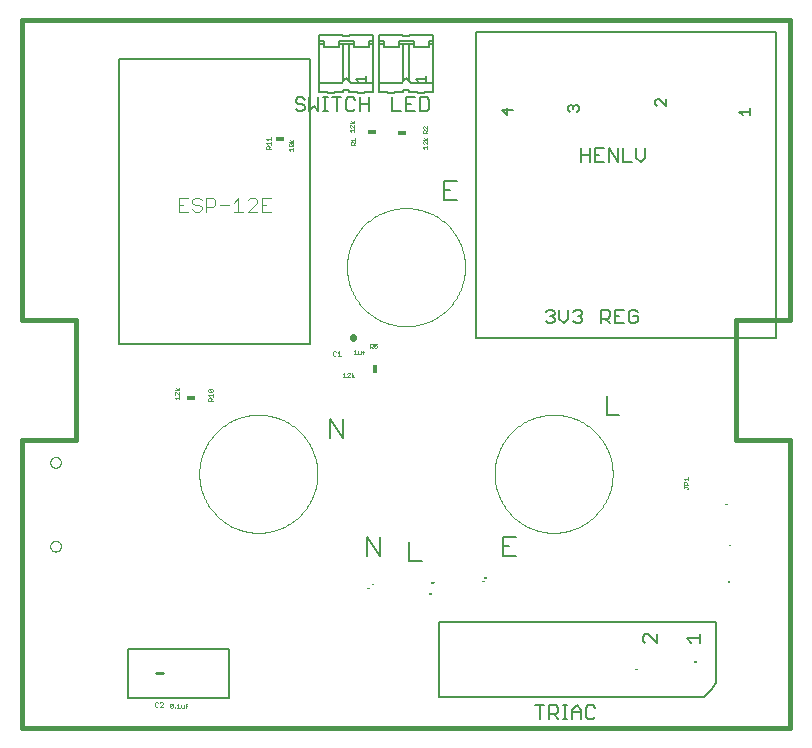
<source format=gto>
G75*
%MOIN*%
%OFA0B0*%
%FSLAX25Y25*%
%IPPOS*%
%LPD*%
%AMOC8*
5,1,8,0,0,1.08239X$1,22.5*
%
%ADD10C,0.00000*%
%ADD11C,0.01600*%
%ADD12C,0.00600*%
%ADD13C,0.02200*%
%ADD14C,0.00100*%
%ADD15C,0.01000*%
%ADD16C,0.00500*%
%ADD17C,0.00400*%
%ADD18R,0.03000X0.01800*%
%ADD19R,0.01800X0.03000*%
D10*
X0008740Y0109200D02*
X0264769Y0109200D01*
X0233391Y0131217D02*
X0233374Y0131200D01*
X0233341Y0131200D01*
X0233324Y0131217D01*
X0233391Y0131283D01*
X0233391Y0131217D01*
X0233391Y0131283D02*
X0233374Y0131300D01*
X0233341Y0131300D01*
X0233324Y0131283D01*
X0233324Y0131217D01*
X0233299Y0131250D02*
X0233232Y0131250D01*
X0233282Y0131300D01*
X0233282Y0131200D01*
X0233206Y0131217D02*
X0233190Y0131200D01*
X0233156Y0131200D01*
X0233140Y0131217D01*
X0233206Y0131283D01*
X0233206Y0131217D01*
X0233140Y0131217D02*
X0233140Y0131283D01*
X0233156Y0131300D01*
X0233190Y0131300D01*
X0233206Y0131283D01*
X0233114Y0131250D02*
X0233048Y0131250D01*
X0233022Y0131250D02*
X0233006Y0131233D01*
X0232956Y0131233D01*
X0232956Y0131200D02*
X0232956Y0131300D01*
X0233006Y0131300D01*
X0233022Y0131283D01*
X0233022Y0131250D01*
X0232930Y0131300D02*
X0232863Y0131300D01*
X0232897Y0131300D02*
X0232897Y0131200D01*
X0213788Y0128837D02*
X0213721Y0128770D01*
X0213738Y0128753D01*
X0213771Y0128753D01*
X0213788Y0128770D01*
X0213788Y0128837D01*
X0213771Y0128853D01*
X0213738Y0128853D01*
X0213721Y0128837D01*
X0213721Y0128770D01*
X0213696Y0128803D02*
X0213629Y0128803D01*
X0213679Y0128853D01*
X0213679Y0128753D01*
X0213604Y0128770D02*
X0213587Y0128753D01*
X0213554Y0128753D01*
X0213537Y0128770D01*
X0213604Y0128837D01*
X0213604Y0128770D01*
X0213604Y0128837D02*
X0213587Y0128853D01*
X0213554Y0128853D01*
X0213537Y0128837D01*
X0213537Y0128770D01*
X0213512Y0128803D02*
X0213445Y0128803D01*
X0213420Y0128803D02*
X0213403Y0128786D01*
X0213353Y0128786D01*
X0213353Y0128753D02*
X0213353Y0128853D01*
X0213403Y0128853D01*
X0213420Y0128837D01*
X0213420Y0128803D01*
X0213327Y0128853D02*
X0213261Y0128853D01*
X0213294Y0128853D02*
X0213294Y0128753D01*
X0244064Y0157883D02*
X0244064Y0157983D01*
X0244031Y0157983D02*
X0244098Y0157983D01*
X0244123Y0157983D02*
X0244173Y0157983D01*
X0244190Y0157967D01*
X0244190Y0157933D01*
X0244173Y0157916D01*
X0244123Y0157916D01*
X0244123Y0157883D02*
X0244123Y0157983D01*
X0244215Y0157933D02*
X0244282Y0157933D01*
X0244307Y0157900D02*
X0244374Y0157967D01*
X0244374Y0157900D01*
X0244357Y0157883D01*
X0244324Y0157883D01*
X0244307Y0157900D01*
X0244307Y0157967D01*
X0244324Y0157983D01*
X0244357Y0157983D01*
X0244374Y0157967D01*
X0244399Y0157933D02*
X0244466Y0157933D01*
X0244491Y0157900D02*
X0244558Y0157967D01*
X0244558Y0157900D01*
X0244541Y0157883D01*
X0244508Y0157883D01*
X0244491Y0157900D01*
X0244491Y0157967D01*
X0244508Y0157983D01*
X0244541Y0157983D01*
X0244558Y0157967D01*
X0244449Y0157983D02*
X0244399Y0157933D01*
X0244449Y0157883D02*
X0244449Y0157983D01*
X0244463Y0170081D02*
X0244463Y0170181D01*
X0244513Y0170181D01*
X0244530Y0170164D01*
X0244530Y0170131D01*
X0244513Y0170114D01*
X0244463Y0170114D01*
X0244404Y0170081D02*
X0244404Y0170181D01*
X0244371Y0170181D02*
X0244438Y0170181D01*
X0244555Y0170131D02*
X0244622Y0170131D01*
X0244647Y0170164D02*
X0244664Y0170181D01*
X0244697Y0170181D01*
X0244714Y0170164D01*
X0244647Y0170097D01*
X0244664Y0170081D01*
X0244697Y0170081D01*
X0244714Y0170097D01*
X0244714Y0170164D01*
X0244739Y0170131D02*
X0244806Y0170131D01*
X0244831Y0170164D02*
X0244848Y0170181D01*
X0244881Y0170181D01*
X0244898Y0170164D01*
X0244831Y0170097D01*
X0244848Y0170081D01*
X0244881Y0170081D01*
X0244898Y0170097D01*
X0244898Y0170164D01*
X0244831Y0170164D02*
X0244831Y0170097D01*
X0244789Y0170081D02*
X0244789Y0170181D01*
X0244739Y0170131D01*
X0244647Y0170164D02*
X0244647Y0170097D01*
X0243671Y0183852D02*
X0243637Y0183852D01*
X0243621Y0183869D01*
X0243688Y0183936D01*
X0243688Y0183869D01*
X0243671Y0183852D01*
X0243621Y0183869D02*
X0243621Y0183936D01*
X0243637Y0183952D01*
X0243671Y0183952D01*
X0243688Y0183936D01*
X0243595Y0183902D02*
X0243529Y0183902D01*
X0243579Y0183952D01*
X0243579Y0183852D01*
X0243503Y0183869D02*
X0243487Y0183852D01*
X0243453Y0183852D01*
X0243437Y0183869D01*
X0243503Y0183936D01*
X0243503Y0183869D01*
X0243437Y0183869D02*
X0243437Y0183936D01*
X0243453Y0183952D01*
X0243487Y0183952D01*
X0243503Y0183936D01*
X0243411Y0183902D02*
X0243345Y0183902D01*
X0243319Y0183902D02*
X0243303Y0183886D01*
X0243253Y0183886D01*
X0243253Y0183852D02*
X0243253Y0183952D01*
X0243303Y0183952D01*
X0243319Y0183936D01*
X0243319Y0183902D01*
X0243227Y0183952D02*
X0243160Y0183952D01*
X0243194Y0183952D02*
X0243194Y0183852D01*
X0166344Y0193846D02*
X0166350Y0194329D01*
X0166368Y0194812D01*
X0166397Y0195294D01*
X0166439Y0195775D01*
X0166492Y0196256D01*
X0166557Y0196734D01*
X0166634Y0197211D01*
X0166722Y0197686D01*
X0166822Y0198159D01*
X0166934Y0198629D01*
X0167057Y0199096D01*
X0167192Y0199560D01*
X0167338Y0200021D01*
X0167495Y0200478D01*
X0167663Y0200931D01*
X0167842Y0201379D01*
X0168033Y0201823D01*
X0168234Y0202262D01*
X0168446Y0202697D01*
X0168668Y0203125D01*
X0168901Y0203549D01*
X0169145Y0203966D01*
X0169398Y0204377D01*
X0169662Y0204782D01*
X0169935Y0205181D01*
X0170218Y0205572D01*
X0170510Y0205957D01*
X0170812Y0206334D01*
X0171123Y0206704D01*
X0171443Y0207066D01*
X0171772Y0207420D01*
X0172110Y0207765D01*
X0172455Y0208103D01*
X0172809Y0208432D01*
X0173171Y0208752D01*
X0173541Y0209063D01*
X0173918Y0209365D01*
X0174303Y0209657D01*
X0174694Y0209940D01*
X0175093Y0210213D01*
X0175498Y0210477D01*
X0175909Y0210730D01*
X0176326Y0210974D01*
X0176750Y0211207D01*
X0177178Y0211429D01*
X0177613Y0211641D01*
X0178052Y0211842D01*
X0178496Y0212033D01*
X0178944Y0212212D01*
X0179397Y0212380D01*
X0179854Y0212537D01*
X0180315Y0212683D01*
X0180779Y0212818D01*
X0181246Y0212941D01*
X0181716Y0213053D01*
X0182189Y0213153D01*
X0182664Y0213241D01*
X0183141Y0213318D01*
X0183619Y0213383D01*
X0184100Y0213436D01*
X0184581Y0213478D01*
X0185063Y0213507D01*
X0185546Y0213525D01*
X0186029Y0213531D01*
X0186512Y0213525D01*
X0186995Y0213507D01*
X0187477Y0213478D01*
X0187958Y0213436D01*
X0188439Y0213383D01*
X0188917Y0213318D01*
X0189394Y0213241D01*
X0189869Y0213153D01*
X0190342Y0213053D01*
X0190812Y0212941D01*
X0191279Y0212818D01*
X0191743Y0212683D01*
X0192204Y0212537D01*
X0192661Y0212380D01*
X0193114Y0212212D01*
X0193562Y0212033D01*
X0194006Y0211842D01*
X0194445Y0211641D01*
X0194880Y0211429D01*
X0195308Y0211207D01*
X0195732Y0210974D01*
X0196149Y0210730D01*
X0196560Y0210477D01*
X0196965Y0210213D01*
X0197364Y0209940D01*
X0197755Y0209657D01*
X0198140Y0209365D01*
X0198517Y0209063D01*
X0198887Y0208752D01*
X0199249Y0208432D01*
X0199603Y0208103D01*
X0199948Y0207765D01*
X0200286Y0207420D01*
X0200615Y0207066D01*
X0200935Y0206704D01*
X0201246Y0206334D01*
X0201548Y0205957D01*
X0201840Y0205572D01*
X0202123Y0205181D01*
X0202396Y0204782D01*
X0202660Y0204377D01*
X0202913Y0203966D01*
X0203157Y0203549D01*
X0203390Y0203125D01*
X0203612Y0202697D01*
X0203824Y0202262D01*
X0204025Y0201823D01*
X0204216Y0201379D01*
X0204395Y0200931D01*
X0204563Y0200478D01*
X0204720Y0200021D01*
X0204866Y0199560D01*
X0205001Y0199096D01*
X0205124Y0198629D01*
X0205236Y0198159D01*
X0205336Y0197686D01*
X0205424Y0197211D01*
X0205501Y0196734D01*
X0205566Y0196256D01*
X0205619Y0195775D01*
X0205661Y0195294D01*
X0205690Y0194812D01*
X0205708Y0194329D01*
X0205714Y0193846D01*
X0205708Y0193363D01*
X0205690Y0192880D01*
X0205661Y0192398D01*
X0205619Y0191917D01*
X0205566Y0191436D01*
X0205501Y0190958D01*
X0205424Y0190481D01*
X0205336Y0190006D01*
X0205236Y0189533D01*
X0205124Y0189063D01*
X0205001Y0188596D01*
X0204866Y0188132D01*
X0204720Y0187671D01*
X0204563Y0187214D01*
X0204395Y0186761D01*
X0204216Y0186313D01*
X0204025Y0185869D01*
X0203824Y0185430D01*
X0203612Y0184995D01*
X0203390Y0184567D01*
X0203157Y0184143D01*
X0202913Y0183726D01*
X0202660Y0183315D01*
X0202396Y0182910D01*
X0202123Y0182511D01*
X0201840Y0182120D01*
X0201548Y0181735D01*
X0201246Y0181358D01*
X0200935Y0180988D01*
X0200615Y0180626D01*
X0200286Y0180272D01*
X0199948Y0179927D01*
X0199603Y0179589D01*
X0199249Y0179260D01*
X0198887Y0178940D01*
X0198517Y0178629D01*
X0198140Y0178327D01*
X0197755Y0178035D01*
X0197364Y0177752D01*
X0196965Y0177479D01*
X0196560Y0177215D01*
X0196149Y0176962D01*
X0195732Y0176718D01*
X0195308Y0176485D01*
X0194880Y0176263D01*
X0194445Y0176051D01*
X0194006Y0175850D01*
X0193562Y0175659D01*
X0193114Y0175480D01*
X0192661Y0175312D01*
X0192204Y0175155D01*
X0191743Y0175009D01*
X0191279Y0174874D01*
X0190812Y0174751D01*
X0190342Y0174639D01*
X0189869Y0174539D01*
X0189394Y0174451D01*
X0188917Y0174374D01*
X0188439Y0174309D01*
X0187958Y0174256D01*
X0187477Y0174214D01*
X0186995Y0174185D01*
X0186512Y0174167D01*
X0186029Y0174161D01*
X0185546Y0174167D01*
X0185063Y0174185D01*
X0184581Y0174214D01*
X0184100Y0174256D01*
X0183619Y0174309D01*
X0183141Y0174374D01*
X0182664Y0174451D01*
X0182189Y0174539D01*
X0181716Y0174639D01*
X0181246Y0174751D01*
X0180779Y0174874D01*
X0180315Y0175009D01*
X0179854Y0175155D01*
X0179397Y0175312D01*
X0178944Y0175480D01*
X0178496Y0175659D01*
X0178052Y0175850D01*
X0177613Y0176051D01*
X0177178Y0176263D01*
X0176750Y0176485D01*
X0176326Y0176718D01*
X0175909Y0176962D01*
X0175498Y0177215D01*
X0175093Y0177479D01*
X0174694Y0177752D01*
X0174303Y0178035D01*
X0173918Y0178327D01*
X0173541Y0178629D01*
X0173171Y0178940D01*
X0172809Y0179260D01*
X0172455Y0179589D01*
X0172110Y0179927D01*
X0171772Y0180272D01*
X0171443Y0180626D01*
X0171123Y0180988D01*
X0170812Y0181358D01*
X0170510Y0181735D01*
X0170218Y0182120D01*
X0169935Y0182511D01*
X0169662Y0182910D01*
X0169398Y0183315D01*
X0169145Y0183726D01*
X0168901Y0184143D01*
X0168668Y0184567D01*
X0168446Y0184995D01*
X0168234Y0185430D01*
X0168033Y0185869D01*
X0167842Y0186313D01*
X0167663Y0186761D01*
X0167495Y0187214D01*
X0167338Y0187671D01*
X0167192Y0188132D01*
X0167057Y0188596D01*
X0166934Y0189063D01*
X0166822Y0189533D01*
X0166722Y0190006D01*
X0166634Y0190481D01*
X0166557Y0190958D01*
X0166492Y0191436D01*
X0166439Y0191917D01*
X0166397Y0192398D01*
X0166368Y0192880D01*
X0166350Y0193363D01*
X0166344Y0193846D01*
X0163374Y0159300D02*
X0163391Y0159283D01*
X0163324Y0159217D01*
X0163341Y0159200D01*
X0163374Y0159200D01*
X0163391Y0159217D01*
X0163391Y0159283D01*
X0163374Y0159300D02*
X0163341Y0159300D01*
X0163324Y0159283D01*
X0163324Y0159217D01*
X0163299Y0159250D02*
X0163232Y0159250D01*
X0163282Y0159300D01*
X0163282Y0159200D01*
X0163206Y0159217D02*
X0163190Y0159200D01*
X0163156Y0159200D01*
X0163140Y0159217D01*
X0163206Y0159283D01*
X0163206Y0159217D01*
X0163140Y0159217D02*
X0163140Y0159283D01*
X0163156Y0159300D01*
X0163190Y0159300D01*
X0163206Y0159283D01*
X0163114Y0159250D02*
X0163048Y0159250D01*
X0163022Y0159250D02*
X0163006Y0159233D01*
X0162956Y0159233D01*
X0162956Y0159200D02*
X0162956Y0159300D01*
X0163006Y0159300D01*
X0163022Y0159283D01*
X0163022Y0159250D01*
X0162930Y0159300D02*
X0162863Y0159300D01*
X0162897Y0159300D02*
X0162897Y0159200D01*
X0162877Y0158253D02*
X0162877Y0158237D01*
X0162810Y0158170D01*
X0162810Y0158153D01*
X0162785Y0158153D02*
X0162718Y0158153D01*
X0162752Y0158153D02*
X0162752Y0158253D01*
X0162718Y0158220D01*
X0162693Y0158203D02*
X0162626Y0158203D01*
X0162601Y0158153D02*
X0162534Y0158153D01*
X0162509Y0158170D02*
X0162509Y0158237D01*
X0162492Y0158253D01*
X0162442Y0158253D01*
X0162442Y0158153D01*
X0162492Y0158153D01*
X0162509Y0158170D01*
X0162534Y0158220D02*
X0162568Y0158253D01*
X0162568Y0158153D01*
X0162417Y0158153D02*
X0162417Y0158220D01*
X0162383Y0158253D01*
X0162350Y0158220D01*
X0162350Y0158153D01*
X0162350Y0158203D02*
X0162417Y0158203D01*
X0162325Y0158203D02*
X0162308Y0158187D01*
X0162258Y0158187D01*
X0162233Y0158203D02*
X0162216Y0158187D01*
X0162166Y0158187D01*
X0162166Y0158153D02*
X0162166Y0158253D01*
X0162216Y0158253D01*
X0162233Y0158237D01*
X0162233Y0158203D01*
X0162258Y0158153D02*
X0162258Y0158253D01*
X0162308Y0158253D01*
X0162325Y0158237D01*
X0162325Y0158203D01*
X0162141Y0158253D02*
X0162074Y0158253D01*
X0162107Y0158253D02*
X0162107Y0158153D01*
X0162810Y0158253D02*
X0162877Y0158253D01*
X0146014Y0157690D02*
X0146014Y0157673D01*
X0145947Y0157607D01*
X0145947Y0157590D01*
X0145922Y0157590D02*
X0145855Y0157590D01*
X0145889Y0157590D02*
X0145889Y0157690D01*
X0145855Y0157657D01*
X0145830Y0157640D02*
X0145763Y0157640D01*
X0145738Y0157590D02*
X0145671Y0157590D01*
X0145646Y0157607D02*
X0145646Y0157673D01*
X0145629Y0157690D01*
X0145579Y0157690D01*
X0145579Y0157590D01*
X0145629Y0157590D01*
X0145646Y0157607D01*
X0145671Y0157657D02*
X0145704Y0157690D01*
X0145704Y0157590D01*
X0145554Y0157590D02*
X0145554Y0157657D01*
X0145520Y0157690D01*
X0145487Y0157657D01*
X0145487Y0157590D01*
X0145487Y0157640D02*
X0145554Y0157640D01*
X0145462Y0157640D02*
X0145445Y0157623D01*
X0145395Y0157623D01*
X0145369Y0157640D02*
X0145353Y0157623D01*
X0145303Y0157623D01*
X0145303Y0157590D02*
X0145303Y0157690D01*
X0145353Y0157690D01*
X0145369Y0157673D01*
X0145369Y0157640D01*
X0145395Y0157590D02*
X0145395Y0157690D01*
X0145445Y0157690D01*
X0145462Y0157673D01*
X0145462Y0157640D01*
X0145277Y0157690D02*
X0145211Y0157690D01*
X0145244Y0157690D02*
X0145244Y0157590D01*
X0145947Y0157690D02*
X0146014Y0157690D01*
X0145080Y0153986D02*
X0145097Y0153969D01*
X0145030Y0153903D01*
X0145047Y0153886D01*
X0145080Y0153886D01*
X0145097Y0153903D01*
X0145097Y0153969D01*
X0145080Y0153986D02*
X0145047Y0153986D01*
X0145030Y0153969D01*
X0145030Y0153903D01*
X0145005Y0153936D02*
X0144938Y0153936D01*
X0144988Y0153986D01*
X0144988Y0153886D01*
X0144913Y0153903D02*
X0144896Y0153886D01*
X0144863Y0153886D01*
X0144846Y0153903D01*
X0144913Y0153969D01*
X0144913Y0153903D01*
X0144913Y0153969D02*
X0144896Y0153986D01*
X0144863Y0153986D01*
X0144846Y0153969D01*
X0144846Y0153903D01*
X0144821Y0153936D02*
X0144754Y0153936D01*
X0144728Y0153936D02*
X0144712Y0153919D01*
X0144662Y0153919D01*
X0144662Y0153886D02*
X0144662Y0153986D01*
X0144712Y0153986D01*
X0144728Y0153969D01*
X0144728Y0153936D01*
X0144636Y0153986D02*
X0144570Y0153986D01*
X0144603Y0153986D02*
X0144603Y0153886D01*
X0125898Y0157106D02*
X0125882Y0157089D01*
X0125848Y0157089D01*
X0125832Y0157106D01*
X0125898Y0157173D01*
X0125898Y0157106D01*
X0125832Y0157106D02*
X0125832Y0157173D01*
X0125848Y0157189D01*
X0125882Y0157189D01*
X0125898Y0157173D01*
X0125806Y0157139D02*
X0125740Y0157139D01*
X0125790Y0157189D01*
X0125790Y0157089D01*
X0125714Y0157106D02*
X0125698Y0157089D01*
X0125664Y0157089D01*
X0125648Y0157106D01*
X0125714Y0157173D01*
X0125714Y0157106D01*
X0125648Y0157106D02*
X0125648Y0157173D01*
X0125664Y0157189D01*
X0125698Y0157189D01*
X0125714Y0157173D01*
X0125622Y0157139D02*
X0125556Y0157139D01*
X0125530Y0157139D02*
X0125513Y0157123D01*
X0125463Y0157123D01*
X0125463Y0157089D02*
X0125463Y0157189D01*
X0125513Y0157189D01*
X0125530Y0157173D01*
X0125530Y0157139D01*
X0125438Y0157189D02*
X0125371Y0157189D01*
X0125405Y0157189D02*
X0125405Y0157089D01*
X0124589Y0155872D02*
X0124589Y0155856D01*
X0124522Y0155789D01*
X0124522Y0155772D01*
X0124496Y0155772D02*
X0124430Y0155772D01*
X0124463Y0155772D02*
X0124463Y0155872D01*
X0124430Y0155839D01*
X0124404Y0155822D02*
X0124338Y0155822D01*
X0124312Y0155772D02*
X0124246Y0155772D01*
X0124220Y0155789D02*
X0124220Y0155856D01*
X0124204Y0155872D01*
X0124154Y0155872D01*
X0124154Y0155772D01*
X0124204Y0155772D01*
X0124220Y0155789D01*
X0124246Y0155839D02*
X0124279Y0155872D01*
X0124279Y0155772D01*
X0124128Y0155772D02*
X0124128Y0155839D01*
X0124095Y0155872D01*
X0124061Y0155839D01*
X0124061Y0155772D01*
X0124061Y0155822D02*
X0124128Y0155822D01*
X0124036Y0155822D02*
X0124019Y0155806D01*
X0123969Y0155806D01*
X0123944Y0155822D02*
X0123927Y0155806D01*
X0123877Y0155806D01*
X0123877Y0155772D02*
X0123877Y0155872D01*
X0123927Y0155872D01*
X0123944Y0155856D01*
X0123944Y0155822D01*
X0123969Y0155772D02*
X0123969Y0155872D01*
X0124019Y0155872D01*
X0124036Y0155856D01*
X0124036Y0155822D01*
X0123852Y0155872D02*
X0123785Y0155872D01*
X0123819Y0155872D02*
X0123819Y0155772D01*
X0124522Y0155872D02*
X0124589Y0155872D01*
X0067919Y0193846D02*
X0067925Y0194329D01*
X0067943Y0194812D01*
X0067972Y0195294D01*
X0068014Y0195775D01*
X0068067Y0196256D01*
X0068132Y0196734D01*
X0068209Y0197211D01*
X0068297Y0197686D01*
X0068397Y0198159D01*
X0068509Y0198629D01*
X0068632Y0199096D01*
X0068767Y0199560D01*
X0068913Y0200021D01*
X0069070Y0200478D01*
X0069238Y0200931D01*
X0069417Y0201379D01*
X0069608Y0201823D01*
X0069809Y0202262D01*
X0070021Y0202697D01*
X0070243Y0203125D01*
X0070476Y0203549D01*
X0070720Y0203966D01*
X0070973Y0204377D01*
X0071237Y0204782D01*
X0071510Y0205181D01*
X0071793Y0205572D01*
X0072085Y0205957D01*
X0072387Y0206334D01*
X0072698Y0206704D01*
X0073018Y0207066D01*
X0073347Y0207420D01*
X0073685Y0207765D01*
X0074030Y0208103D01*
X0074384Y0208432D01*
X0074746Y0208752D01*
X0075116Y0209063D01*
X0075493Y0209365D01*
X0075878Y0209657D01*
X0076269Y0209940D01*
X0076668Y0210213D01*
X0077073Y0210477D01*
X0077484Y0210730D01*
X0077901Y0210974D01*
X0078325Y0211207D01*
X0078753Y0211429D01*
X0079188Y0211641D01*
X0079627Y0211842D01*
X0080071Y0212033D01*
X0080519Y0212212D01*
X0080972Y0212380D01*
X0081429Y0212537D01*
X0081890Y0212683D01*
X0082354Y0212818D01*
X0082821Y0212941D01*
X0083291Y0213053D01*
X0083764Y0213153D01*
X0084239Y0213241D01*
X0084716Y0213318D01*
X0085194Y0213383D01*
X0085675Y0213436D01*
X0086156Y0213478D01*
X0086638Y0213507D01*
X0087121Y0213525D01*
X0087604Y0213531D01*
X0088087Y0213525D01*
X0088570Y0213507D01*
X0089052Y0213478D01*
X0089533Y0213436D01*
X0090014Y0213383D01*
X0090492Y0213318D01*
X0090969Y0213241D01*
X0091444Y0213153D01*
X0091917Y0213053D01*
X0092387Y0212941D01*
X0092854Y0212818D01*
X0093318Y0212683D01*
X0093779Y0212537D01*
X0094236Y0212380D01*
X0094689Y0212212D01*
X0095137Y0212033D01*
X0095581Y0211842D01*
X0096020Y0211641D01*
X0096455Y0211429D01*
X0096883Y0211207D01*
X0097307Y0210974D01*
X0097724Y0210730D01*
X0098135Y0210477D01*
X0098540Y0210213D01*
X0098939Y0209940D01*
X0099330Y0209657D01*
X0099715Y0209365D01*
X0100092Y0209063D01*
X0100462Y0208752D01*
X0100824Y0208432D01*
X0101178Y0208103D01*
X0101523Y0207765D01*
X0101861Y0207420D01*
X0102190Y0207066D01*
X0102510Y0206704D01*
X0102821Y0206334D01*
X0103123Y0205957D01*
X0103415Y0205572D01*
X0103698Y0205181D01*
X0103971Y0204782D01*
X0104235Y0204377D01*
X0104488Y0203966D01*
X0104732Y0203549D01*
X0104965Y0203125D01*
X0105187Y0202697D01*
X0105399Y0202262D01*
X0105600Y0201823D01*
X0105791Y0201379D01*
X0105970Y0200931D01*
X0106138Y0200478D01*
X0106295Y0200021D01*
X0106441Y0199560D01*
X0106576Y0199096D01*
X0106699Y0198629D01*
X0106811Y0198159D01*
X0106911Y0197686D01*
X0106999Y0197211D01*
X0107076Y0196734D01*
X0107141Y0196256D01*
X0107194Y0195775D01*
X0107236Y0195294D01*
X0107265Y0194812D01*
X0107283Y0194329D01*
X0107289Y0193846D01*
X0107283Y0193363D01*
X0107265Y0192880D01*
X0107236Y0192398D01*
X0107194Y0191917D01*
X0107141Y0191436D01*
X0107076Y0190958D01*
X0106999Y0190481D01*
X0106911Y0190006D01*
X0106811Y0189533D01*
X0106699Y0189063D01*
X0106576Y0188596D01*
X0106441Y0188132D01*
X0106295Y0187671D01*
X0106138Y0187214D01*
X0105970Y0186761D01*
X0105791Y0186313D01*
X0105600Y0185869D01*
X0105399Y0185430D01*
X0105187Y0184995D01*
X0104965Y0184567D01*
X0104732Y0184143D01*
X0104488Y0183726D01*
X0104235Y0183315D01*
X0103971Y0182910D01*
X0103698Y0182511D01*
X0103415Y0182120D01*
X0103123Y0181735D01*
X0102821Y0181358D01*
X0102510Y0180988D01*
X0102190Y0180626D01*
X0101861Y0180272D01*
X0101523Y0179927D01*
X0101178Y0179589D01*
X0100824Y0179260D01*
X0100462Y0178940D01*
X0100092Y0178629D01*
X0099715Y0178327D01*
X0099330Y0178035D01*
X0098939Y0177752D01*
X0098540Y0177479D01*
X0098135Y0177215D01*
X0097724Y0176962D01*
X0097307Y0176718D01*
X0096883Y0176485D01*
X0096455Y0176263D01*
X0096020Y0176051D01*
X0095581Y0175850D01*
X0095137Y0175659D01*
X0094689Y0175480D01*
X0094236Y0175312D01*
X0093779Y0175155D01*
X0093318Y0175009D01*
X0092854Y0174874D01*
X0092387Y0174751D01*
X0091917Y0174639D01*
X0091444Y0174539D01*
X0090969Y0174451D01*
X0090492Y0174374D01*
X0090014Y0174309D01*
X0089533Y0174256D01*
X0089052Y0174214D01*
X0088570Y0174185D01*
X0088087Y0174167D01*
X0087604Y0174161D01*
X0087121Y0174167D01*
X0086638Y0174185D01*
X0086156Y0174214D01*
X0085675Y0174256D01*
X0085194Y0174309D01*
X0084716Y0174374D01*
X0084239Y0174451D01*
X0083764Y0174539D01*
X0083291Y0174639D01*
X0082821Y0174751D01*
X0082354Y0174874D01*
X0081890Y0175009D01*
X0081429Y0175155D01*
X0080972Y0175312D01*
X0080519Y0175480D01*
X0080071Y0175659D01*
X0079627Y0175850D01*
X0079188Y0176051D01*
X0078753Y0176263D01*
X0078325Y0176485D01*
X0077901Y0176718D01*
X0077484Y0176962D01*
X0077073Y0177215D01*
X0076668Y0177479D01*
X0076269Y0177752D01*
X0075878Y0178035D01*
X0075493Y0178327D01*
X0075116Y0178629D01*
X0074746Y0178940D01*
X0074384Y0179260D01*
X0074030Y0179589D01*
X0073685Y0179927D01*
X0073347Y0180272D01*
X0073018Y0180626D01*
X0072698Y0180988D01*
X0072387Y0181358D01*
X0072085Y0181735D01*
X0071793Y0182120D01*
X0071510Y0182511D01*
X0071237Y0182910D01*
X0070973Y0183315D01*
X0070720Y0183726D01*
X0070476Y0184143D01*
X0070243Y0184567D01*
X0070021Y0184995D01*
X0069809Y0185430D01*
X0069608Y0185869D01*
X0069417Y0186313D01*
X0069238Y0186761D01*
X0069070Y0187214D01*
X0068913Y0187671D01*
X0068767Y0188132D01*
X0068632Y0188596D01*
X0068509Y0189063D01*
X0068397Y0189533D01*
X0068297Y0190006D01*
X0068209Y0190481D01*
X0068132Y0190958D01*
X0068067Y0191436D01*
X0068014Y0191917D01*
X0067972Y0192398D01*
X0067943Y0192880D01*
X0067925Y0193363D01*
X0067919Y0193846D01*
X0018242Y0197674D02*
X0018244Y0197758D01*
X0018250Y0197841D01*
X0018260Y0197924D01*
X0018274Y0198007D01*
X0018291Y0198089D01*
X0018313Y0198170D01*
X0018338Y0198249D01*
X0018367Y0198328D01*
X0018400Y0198405D01*
X0018436Y0198480D01*
X0018476Y0198554D01*
X0018519Y0198626D01*
X0018566Y0198695D01*
X0018616Y0198762D01*
X0018669Y0198827D01*
X0018725Y0198889D01*
X0018783Y0198949D01*
X0018845Y0199006D01*
X0018909Y0199059D01*
X0018976Y0199110D01*
X0019045Y0199157D01*
X0019116Y0199202D01*
X0019189Y0199242D01*
X0019264Y0199279D01*
X0019341Y0199313D01*
X0019419Y0199343D01*
X0019498Y0199369D01*
X0019579Y0199392D01*
X0019661Y0199410D01*
X0019743Y0199425D01*
X0019826Y0199436D01*
X0019909Y0199443D01*
X0019993Y0199446D01*
X0020077Y0199445D01*
X0020160Y0199440D01*
X0020244Y0199431D01*
X0020326Y0199418D01*
X0020408Y0199402D01*
X0020489Y0199381D01*
X0020570Y0199357D01*
X0020648Y0199329D01*
X0020726Y0199297D01*
X0020802Y0199261D01*
X0020876Y0199222D01*
X0020948Y0199180D01*
X0021018Y0199134D01*
X0021086Y0199085D01*
X0021151Y0199033D01*
X0021214Y0198978D01*
X0021274Y0198920D01*
X0021332Y0198859D01*
X0021386Y0198795D01*
X0021438Y0198729D01*
X0021486Y0198661D01*
X0021531Y0198590D01*
X0021572Y0198517D01*
X0021611Y0198443D01*
X0021645Y0198367D01*
X0021676Y0198289D01*
X0021703Y0198210D01*
X0021727Y0198129D01*
X0021746Y0198048D01*
X0021762Y0197966D01*
X0021774Y0197883D01*
X0021782Y0197799D01*
X0021786Y0197716D01*
X0021786Y0197632D01*
X0021782Y0197549D01*
X0021774Y0197465D01*
X0021762Y0197382D01*
X0021746Y0197300D01*
X0021727Y0197219D01*
X0021703Y0197138D01*
X0021676Y0197059D01*
X0021645Y0196981D01*
X0021611Y0196905D01*
X0021572Y0196831D01*
X0021531Y0196758D01*
X0021486Y0196687D01*
X0021438Y0196619D01*
X0021386Y0196553D01*
X0021332Y0196489D01*
X0021274Y0196428D01*
X0021214Y0196370D01*
X0021151Y0196315D01*
X0021086Y0196263D01*
X0021018Y0196214D01*
X0020948Y0196168D01*
X0020876Y0196126D01*
X0020802Y0196087D01*
X0020726Y0196051D01*
X0020648Y0196019D01*
X0020570Y0195991D01*
X0020489Y0195967D01*
X0020408Y0195946D01*
X0020326Y0195930D01*
X0020244Y0195917D01*
X0020160Y0195908D01*
X0020077Y0195903D01*
X0019993Y0195902D01*
X0019909Y0195905D01*
X0019826Y0195912D01*
X0019743Y0195923D01*
X0019661Y0195938D01*
X0019579Y0195956D01*
X0019498Y0195979D01*
X0019419Y0196005D01*
X0019341Y0196035D01*
X0019264Y0196069D01*
X0019189Y0196106D01*
X0019116Y0196146D01*
X0019045Y0196191D01*
X0018976Y0196238D01*
X0018909Y0196289D01*
X0018845Y0196342D01*
X0018783Y0196399D01*
X0018725Y0196459D01*
X0018669Y0196521D01*
X0018616Y0196586D01*
X0018566Y0196653D01*
X0018519Y0196722D01*
X0018476Y0196794D01*
X0018436Y0196868D01*
X0018400Y0196943D01*
X0018367Y0197020D01*
X0018338Y0197099D01*
X0018313Y0197178D01*
X0018291Y0197259D01*
X0018274Y0197341D01*
X0018260Y0197424D01*
X0018250Y0197507D01*
X0018244Y0197590D01*
X0018242Y0197674D01*
X0018242Y0169721D02*
X0018244Y0169805D01*
X0018250Y0169888D01*
X0018260Y0169971D01*
X0018274Y0170054D01*
X0018291Y0170136D01*
X0018313Y0170217D01*
X0018338Y0170296D01*
X0018367Y0170375D01*
X0018400Y0170452D01*
X0018436Y0170527D01*
X0018476Y0170601D01*
X0018519Y0170673D01*
X0018566Y0170742D01*
X0018616Y0170809D01*
X0018669Y0170874D01*
X0018725Y0170936D01*
X0018783Y0170996D01*
X0018845Y0171053D01*
X0018909Y0171106D01*
X0018976Y0171157D01*
X0019045Y0171204D01*
X0019116Y0171249D01*
X0019189Y0171289D01*
X0019264Y0171326D01*
X0019341Y0171360D01*
X0019419Y0171390D01*
X0019498Y0171416D01*
X0019579Y0171439D01*
X0019661Y0171457D01*
X0019743Y0171472D01*
X0019826Y0171483D01*
X0019909Y0171490D01*
X0019993Y0171493D01*
X0020077Y0171492D01*
X0020160Y0171487D01*
X0020244Y0171478D01*
X0020326Y0171465D01*
X0020408Y0171449D01*
X0020489Y0171428D01*
X0020570Y0171404D01*
X0020648Y0171376D01*
X0020726Y0171344D01*
X0020802Y0171308D01*
X0020876Y0171269D01*
X0020948Y0171227D01*
X0021018Y0171181D01*
X0021086Y0171132D01*
X0021151Y0171080D01*
X0021214Y0171025D01*
X0021274Y0170967D01*
X0021332Y0170906D01*
X0021386Y0170842D01*
X0021438Y0170776D01*
X0021486Y0170708D01*
X0021531Y0170637D01*
X0021572Y0170564D01*
X0021611Y0170490D01*
X0021645Y0170414D01*
X0021676Y0170336D01*
X0021703Y0170257D01*
X0021727Y0170176D01*
X0021746Y0170095D01*
X0021762Y0170013D01*
X0021774Y0169930D01*
X0021782Y0169846D01*
X0021786Y0169763D01*
X0021786Y0169679D01*
X0021782Y0169596D01*
X0021774Y0169512D01*
X0021762Y0169429D01*
X0021746Y0169347D01*
X0021727Y0169266D01*
X0021703Y0169185D01*
X0021676Y0169106D01*
X0021645Y0169028D01*
X0021611Y0168952D01*
X0021572Y0168878D01*
X0021531Y0168805D01*
X0021486Y0168734D01*
X0021438Y0168666D01*
X0021386Y0168600D01*
X0021332Y0168536D01*
X0021274Y0168475D01*
X0021214Y0168417D01*
X0021151Y0168362D01*
X0021086Y0168310D01*
X0021018Y0168261D01*
X0020948Y0168215D01*
X0020876Y0168173D01*
X0020802Y0168134D01*
X0020726Y0168098D01*
X0020648Y0168066D01*
X0020570Y0168038D01*
X0020489Y0168014D01*
X0020408Y0167993D01*
X0020326Y0167977D01*
X0020244Y0167964D01*
X0020160Y0167955D01*
X0020077Y0167950D01*
X0019993Y0167949D01*
X0019909Y0167952D01*
X0019826Y0167959D01*
X0019743Y0167970D01*
X0019661Y0167985D01*
X0019579Y0168003D01*
X0019498Y0168026D01*
X0019419Y0168052D01*
X0019341Y0168082D01*
X0019264Y0168116D01*
X0019189Y0168153D01*
X0019116Y0168193D01*
X0019045Y0168238D01*
X0018976Y0168285D01*
X0018909Y0168336D01*
X0018845Y0168389D01*
X0018783Y0168446D01*
X0018725Y0168506D01*
X0018669Y0168568D01*
X0018616Y0168633D01*
X0018566Y0168700D01*
X0018519Y0168769D01*
X0018476Y0168841D01*
X0018436Y0168915D01*
X0018400Y0168990D01*
X0018367Y0169067D01*
X0018338Y0169146D01*
X0018313Y0169225D01*
X0018291Y0169306D01*
X0018274Y0169388D01*
X0018260Y0169471D01*
X0018250Y0169554D01*
X0018244Y0169637D01*
X0018242Y0169721D01*
X0117131Y0262743D02*
X0117137Y0263226D01*
X0117155Y0263709D01*
X0117184Y0264191D01*
X0117226Y0264672D01*
X0117279Y0265153D01*
X0117344Y0265631D01*
X0117421Y0266108D01*
X0117509Y0266583D01*
X0117609Y0267056D01*
X0117721Y0267526D01*
X0117844Y0267993D01*
X0117979Y0268457D01*
X0118125Y0268918D01*
X0118282Y0269375D01*
X0118450Y0269828D01*
X0118629Y0270276D01*
X0118820Y0270720D01*
X0119021Y0271159D01*
X0119233Y0271594D01*
X0119455Y0272022D01*
X0119688Y0272446D01*
X0119932Y0272863D01*
X0120185Y0273274D01*
X0120449Y0273679D01*
X0120722Y0274078D01*
X0121005Y0274469D01*
X0121297Y0274854D01*
X0121599Y0275231D01*
X0121910Y0275601D01*
X0122230Y0275963D01*
X0122559Y0276317D01*
X0122897Y0276662D01*
X0123242Y0277000D01*
X0123596Y0277329D01*
X0123958Y0277649D01*
X0124328Y0277960D01*
X0124705Y0278262D01*
X0125090Y0278554D01*
X0125481Y0278837D01*
X0125880Y0279110D01*
X0126285Y0279374D01*
X0126696Y0279627D01*
X0127113Y0279871D01*
X0127537Y0280104D01*
X0127965Y0280326D01*
X0128400Y0280538D01*
X0128839Y0280739D01*
X0129283Y0280930D01*
X0129731Y0281109D01*
X0130184Y0281277D01*
X0130641Y0281434D01*
X0131102Y0281580D01*
X0131566Y0281715D01*
X0132033Y0281838D01*
X0132503Y0281950D01*
X0132976Y0282050D01*
X0133451Y0282138D01*
X0133928Y0282215D01*
X0134406Y0282280D01*
X0134887Y0282333D01*
X0135368Y0282375D01*
X0135850Y0282404D01*
X0136333Y0282422D01*
X0136816Y0282428D01*
X0137299Y0282422D01*
X0137782Y0282404D01*
X0138264Y0282375D01*
X0138745Y0282333D01*
X0139226Y0282280D01*
X0139704Y0282215D01*
X0140181Y0282138D01*
X0140656Y0282050D01*
X0141129Y0281950D01*
X0141599Y0281838D01*
X0142066Y0281715D01*
X0142530Y0281580D01*
X0142991Y0281434D01*
X0143448Y0281277D01*
X0143901Y0281109D01*
X0144349Y0280930D01*
X0144793Y0280739D01*
X0145232Y0280538D01*
X0145667Y0280326D01*
X0146095Y0280104D01*
X0146519Y0279871D01*
X0146936Y0279627D01*
X0147347Y0279374D01*
X0147752Y0279110D01*
X0148151Y0278837D01*
X0148542Y0278554D01*
X0148927Y0278262D01*
X0149304Y0277960D01*
X0149674Y0277649D01*
X0150036Y0277329D01*
X0150390Y0277000D01*
X0150735Y0276662D01*
X0151073Y0276317D01*
X0151402Y0275963D01*
X0151722Y0275601D01*
X0152033Y0275231D01*
X0152335Y0274854D01*
X0152627Y0274469D01*
X0152910Y0274078D01*
X0153183Y0273679D01*
X0153447Y0273274D01*
X0153700Y0272863D01*
X0153944Y0272446D01*
X0154177Y0272022D01*
X0154399Y0271594D01*
X0154611Y0271159D01*
X0154812Y0270720D01*
X0155003Y0270276D01*
X0155182Y0269828D01*
X0155350Y0269375D01*
X0155507Y0268918D01*
X0155653Y0268457D01*
X0155788Y0267993D01*
X0155911Y0267526D01*
X0156023Y0267056D01*
X0156123Y0266583D01*
X0156211Y0266108D01*
X0156288Y0265631D01*
X0156353Y0265153D01*
X0156406Y0264672D01*
X0156448Y0264191D01*
X0156477Y0263709D01*
X0156495Y0263226D01*
X0156501Y0262743D01*
X0156495Y0262260D01*
X0156477Y0261777D01*
X0156448Y0261295D01*
X0156406Y0260814D01*
X0156353Y0260333D01*
X0156288Y0259855D01*
X0156211Y0259378D01*
X0156123Y0258903D01*
X0156023Y0258430D01*
X0155911Y0257960D01*
X0155788Y0257493D01*
X0155653Y0257029D01*
X0155507Y0256568D01*
X0155350Y0256111D01*
X0155182Y0255658D01*
X0155003Y0255210D01*
X0154812Y0254766D01*
X0154611Y0254327D01*
X0154399Y0253892D01*
X0154177Y0253464D01*
X0153944Y0253040D01*
X0153700Y0252623D01*
X0153447Y0252212D01*
X0153183Y0251807D01*
X0152910Y0251408D01*
X0152627Y0251017D01*
X0152335Y0250632D01*
X0152033Y0250255D01*
X0151722Y0249885D01*
X0151402Y0249523D01*
X0151073Y0249169D01*
X0150735Y0248824D01*
X0150390Y0248486D01*
X0150036Y0248157D01*
X0149674Y0247837D01*
X0149304Y0247526D01*
X0148927Y0247224D01*
X0148542Y0246932D01*
X0148151Y0246649D01*
X0147752Y0246376D01*
X0147347Y0246112D01*
X0146936Y0245859D01*
X0146519Y0245615D01*
X0146095Y0245382D01*
X0145667Y0245160D01*
X0145232Y0244948D01*
X0144793Y0244747D01*
X0144349Y0244556D01*
X0143901Y0244377D01*
X0143448Y0244209D01*
X0142991Y0244052D01*
X0142530Y0243906D01*
X0142066Y0243771D01*
X0141599Y0243648D01*
X0141129Y0243536D01*
X0140656Y0243436D01*
X0140181Y0243348D01*
X0139704Y0243271D01*
X0139226Y0243206D01*
X0138745Y0243153D01*
X0138264Y0243111D01*
X0137782Y0243082D01*
X0137299Y0243064D01*
X0136816Y0243058D01*
X0136333Y0243064D01*
X0135850Y0243082D01*
X0135368Y0243111D01*
X0134887Y0243153D01*
X0134406Y0243206D01*
X0133928Y0243271D01*
X0133451Y0243348D01*
X0132976Y0243436D01*
X0132503Y0243536D01*
X0132033Y0243648D01*
X0131566Y0243771D01*
X0131102Y0243906D01*
X0130641Y0244052D01*
X0130184Y0244209D01*
X0129731Y0244377D01*
X0129283Y0244556D01*
X0128839Y0244747D01*
X0128400Y0244948D01*
X0127965Y0245160D01*
X0127537Y0245382D01*
X0127113Y0245615D01*
X0126696Y0245859D01*
X0126285Y0246112D01*
X0125880Y0246376D01*
X0125481Y0246649D01*
X0125090Y0246932D01*
X0124705Y0247224D01*
X0124328Y0247526D01*
X0123958Y0247837D01*
X0123596Y0248157D01*
X0123242Y0248486D01*
X0122897Y0248824D01*
X0122559Y0249169D01*
X0122230Y0249523D01*
X0121910Y0249885D01*
X0121599Y0250255D01*
X0121297Y0250632D01*
X0121005Y0251017D01*
X0120722Y0251408D01*
X0120449Y0251807D01*
X0120185Y0252212D01*
X0119932Y0252623D01*
X0119688Y0253040D01*
X0119455Y0253464D01*
X0119233Y0253892D01*
X0119021Y0254327D01*
X0118820Y0254766D01*
X0118629Y0255210D01*
X0118450Y0255658D01*
X0118282Y0256111D01*
X0118125Y0256568D01*
X0117979Y0257029D01*
X0117844Y0257493D01*
X0117721Y0257960D01*
X0117609Y0258430D01*
X0117509Y0258903D01*
X0117421Y0259378D01*
X0117344Y0259855D01*
X0117279Y0260333D01*
X0117226Y0260814D01*
X0117184Y0261295D01*
X0117155Y0261777D01*
X0117137Y0262260D01*
X0117131Y0262743D01*
X0008863Y0345200D02*
X0008863Y0345420D01*
X0264769Y0345420D01*
D11*
X0264863Y0109200D02*
X0008740Y0109200D01*
X0008863Y0205200D01*
X0026863Y0205200D01*
X0026863Y0245200D01*
X0008863Y0245200D01*
X0008863Y0345200D01*
X0264863Y0345200D01*
X0264863Y0245200D01*
X0246863Y0245200D01*
X0246863Y0205200D01*
X0264863Y0205200D01*
X0264863Y0109200D01*
D12*
X0207954Y0213414D02*
X0203684Y0213414D01*
X0203684Y0219820D01*
X0173350Y0172956D02*
X0169080Y0172956D01*
X0169080Y0166551D01*
X0173350Y0166551D01*
X0171215Y0169754D02*
X0169080Y0169754D01*
X0142230Y0164703D02*
X0137960Y0164703D01*
X0137960Y0171108D01*
X0128190Y0172789D02*
X0128190Y0166384D01*
X0123919Y0172789D01*
X0123919Y0166384D01*
X0115780Y0205762D02*
X0115780Y0212167D01*
X0111509Y0212167D02*
X0111509Y0205762D01*
X0115780Y0205762D02*
X0111509Y0212167D01*
X0149421Y0285109D02*
X0153691Y0285109D01*
X0151556Y0288312D02*
X0149421Y0288312D01*
X0149421Y0291514D02*
X0149421Y0285109D01*
X0149421Y0291514D02*
X0153691Y0291514D01*
X0145863Y0321200D02*
X0142863Y0321200D01*
X0142863Y0320700D01*
X0140863Y0320700D01*
X0140863Y0321200D01*
X0137863Y0321200D01*
X0137863Y0321700D01*
X0135863Y0321700D01*
X0135863Y0321200D01*
X0132863Y0321200D01*
X0132863Y0320700D01*
X0130863Y0320700D01*
X0130863Y0321200D01*
X0127863Y0321200D01*
X0127863Y0324200D01*
X0127863Y0337200D01*
X0127863Y0338200D01*
X0129363Y0338200D01*
X0129363Y0337200D01*
X0129363Y0336200D01*
X0134363Y0336200D01*
X0134363Y0337200D01*
X0135863Y0337200D01*
X0137863Y0337200D01*
X0137863Y0324700D01*
X0136863Y0325700D01*
X0135863Y0324700D01*
X0135863Y0337200D01*
X0134363Y0337200D02*
X0134363Y0338200D01*
X0139363Y0338200D01*
X0139363Y0337200D01*
X0137863Y0337200D01*
X0139363Y0337200D02*
X0139363Y0336200D01*
X0144363Y0336200D01*
X0144363Y0337200D01*
X0145863Y0337200D01*
X0145863Y0338200D01*
X0144363Y0338200D01*
X0144363Y0337200D01*
X0145863Y0337200D02*
X0145863Y0324200D01*
X0138363Y0324200D01*
X0137863Y0324700D01*
X0135863Y0324700D02*
X0135363Y0324200D01*
X0127863Y0324200D01*
X0125863Y0324200D02*
X0125863Y0337200D01*
X0125863Y0338200D01*
X0124363Y0338200D01*
X0124363Y0337200D01*
X0124363Y0336200D01*
X0119363Y0336200D01*
X0119363Y0337200D01*
X0117863Y0337200D01*
X0117863Y0324700D01*
X0116863Y0325700D01*
X0115863Y0324700D01*
X0115863Y0337200D01*
X0117863Y0337200D01*
X0119363Y0337200D02*
X0119363Y0338200D01*
X0114363Y0338200D01*
X0114363Y0337200D01*
X0115863Y0337200D01*
X0114363Y0337200D02*
X0114363Y0336200D01*
X0109363Y0336200D01*
X0109363Y0337200D01*
X0107863Y0337200D01*
X0107863Y0338200D01*
X0109363Y0338200D01*
X0109363Y0337200D01*
X0107863Y0337200D02*
X0107863Y0324200D01*
X0107863Y0321200D01*
X0110863Y0321200D01*
X0110863Y0320700D01*
X0112863Y0320700D01*
X0112863Y0321200D01*
X0115863Y0321200D01*
X0115863Y0321700D01*
X0117863Y0321700D01*
X0117863Y0321200D01*
X0120863Y0321200D01*
X0120863Y0320700D01*
X0122863Y0320700D01*
X0122863Y0321200D01*
X0125863Y0321200D01*
X0125863Y0324200D01*
X0118363Y0324200D01*
X0117863Y0324700D01*
X0115863Y0324700D02*
X0115363Y0324200D01*
X0107863Y0324200D01*
X0107863Y0338200D02*
X0107863Y0340200D01*
X0115863Y0340200D01*
X0115863Y0339700D01*
X0117863Y0339700D01*
X0117863Y0340200D01*
X0125863Y0340200D01*
X0125863Y0338200D01*
X0125863Y0337200D02*
X0124363Y0337200D01*
X0127863Y0337200D02*
X0129363Y0337200D01*
X0127863Y0338200D02*
X0127863Y0340200D01*
X0135863Y0340200D01*
X0135863Y0339700D01*
X0137863Y0339700D01*
X0137863Y0340200D01*
X0145863Y0340200D01*
X0145863Y0338200D01*
X0145863Y0324200D02*
X0145863Y0321200D01*
D13*
X0119115Y0239359D02*
X0119115Y0239119D01*
D14*
X0119845Y0235129D02*
X0119845Y0233628D01*
X0119345Y0233628D02*
X0120345Y0233628D01*
X0120818Y0233878D02*
X0121068Y0233628D01*
X0121819Y0233628D01*
X0121819Y0234629D01*
X0122291Y0234378D02*
X0122792Y0234378D01*
X0122541Y0234879D02*
X0122792Y0235129D01*
X0122541Y0234879D02*
X0122541Y0233628D01*
X0120818Y0233878D02*
X0120818Y0234629D01*
X0119845Y0235129D02*
X0119345Y0234629D01*
X0115005Y0233231D02*
X0114004Y0233231D01*
X0114504Y0233231D02*
X0114504Y0234732D01*
X0114004Y0234232D01*
X0113531Y0234482D02*
X0113281Y0234732D01*
X0112781Y0234732D01*
X0112530Y0234482D01*
X0112530Y0233481D01*
X0112781Y0233231D01*
X0113281Y0233231D01*
X0113531Y0233481D01*
X0116281Y0227507D02*
X0116281Y0226006D01*
X0115781Y0226006D02*
X0116782Y0226006D01*
X0117254Y0226006D02*
X0118255Y0227007D01*
X0118255Y0227257D01*
X0118005Y0227507D01*
X0117504Y0227507D01*
X0117254Y0227257D01*
X0116281Y0227507D02*
X0115781Y0227007D01*
X0117254Y0226006D02*
X0118255Y0226006D01*
X0118727Y0226006D02*
X0118727Y0227507D01*
X0119478Y0227007D02*
X0118727Y0226506D01*
X0119478Y0226006D01*
X0124759Y0235744D02*
X0124759Y0237245D01*
X0125509Y0237245D01*
X0125760Y0236995D01*
X0125760Y0236494D01*
X0125509Y0236244D01*
X0124759Y0236244D01*
X0125259Y0236244D02*
X0125760Y0235744D01*
X0126232Y0235994D02*
X0126482Y0235744D01*
X0126983Y0235744D01*
X0127233Y0235994D01*
X0127233Y0236494D01*
X0126983Y0236745D01*
X0126733Y0236745D01*
X0126232Y0236494D01*
X0126232Y0237245D01*
X0127233Y0237245D01*
X0099313Y0301530D02*
X0099313Y0302531D01*
X0099313Y0302031D02*
X0097812Y0302031D01*
X0098313Y0301530D01*
X0098062Y0303004D02*
X0097812Y0303254D01*
X0097812Y0303754D01*
X0098062Y0304005D01*
X0099063Y0303004D01*
X0099313Y0303254D01*
X0099313Y0303754D01*
X0099063Y0304005D01*
X0098062Y0304005D01*
X0097812Y0304477D02*
X0099313Y0304477D01*
X0098813Y0304477D02*
X0098313Y0305228D01*
X0098813Y0304477D02*
X0099313Y0305228D01*
X0099063Y0303004D02*
X0098062Y0303004D01*
X0091813Y0303031D02*
X0091313Y0302531D01*
X0091313Y0302781D02*
X0091313Y0302030D01*
X0091813Y0302030D02*
X0090312Y0302030D01*
X0090312Y0302781D01*
X0090562Y0303031D01*
X0091063Y0303031D01*
X0091313Y0302781D01*
X0090813Y0303504D02*
X0090312Y0304004D01*
X0091813Y0304004D01*
X0091813Y0303504D02*
X0091813Y0304505D01*
X0091813Y0304977D02*
X0091813Y0305978D01*
X0091813Y0305477D02*
X0090312Y0305477D01*
X0090813Y0304977D01*
X0118328Y0305276D02*
X0119830Y0305276D01*
X0119830Y0305776D02*
X0119830Y0304775D01*
X0119830Y0304303D02*
X0119329Y0303802D01*
X0119329Y0304053D02*
X0119329Y0303302D01*
X0119830Y0303302D02*
X0118328Y0303302D01*
X0118328Y0304053D01*
X0118579Y0304303D01*
X0119079Y0304303D01*
X0119329Y0304053D01*
X0118829Y0304775D02*
X0118328Y0305276D01*
X0118655Y0307797D02*
X0118154Y0308297D01*
X0119655Y0308297D01*
X0119655Y0307797D02*
X0119655Y0308798D01*
X0119655Y0309270D02*
X0118655Y0310271D01*
X0118404Y0310271D01*
X0118154Y0310021D01*
X0118154Y0309520D01*
X0118404Y0309270D01*
X0119655Y0309270D02*
X0119655Y0310271D01*
X0119655Y0310743D02*
X0118154Y0310743D01*
X0118655Y0311494D02*
X0119155Y0310743D01*
X0119655Y0311494D01*
X0142490Y0309531D02*
X0142490Y0309030D01*
X0142740Y0308780D01*
X0142740Y0308308D02*
X0143241Y0308308D01*
X0143491Y0308058D01*
X0143491Y0307307D01*
X0143991Y0307307D02*
X0142490Y0307307D01*
X0142490Y0308058D01*
X0142740Y0308308D01*
X0143491Y0307807D02*
X0143991Y0308308D01*
X0143991Y0308780D02*
X0142990Y0309781D01*
X0142740Y0309781D01*
X0142490Y0309531D01*
X0143991Y0309781D02*
X0143991Y0308780D01*
X0143921Y0305937D02*
X0143420Y0305186D01*
X0142920Y0305937D01*
X0142420Y0305186D02*
X0143921Y0305186D01*
X0143921Y0304714D02*
X0143921Y0303713D01*
X0142920Y0304714D01*
X0142670Y0304714D01*
X0142420Y0304464D01*
X0142420Y0303963D01*
X0142670Y0303713D01*
X0142420Y0302740D02*
X0143921Y0302740D01*
X0143921Y0302240D02*
X0143921Y0303240D01*
X0142920Y0302240D02*
X0142420Y0302740D01*
X0072184Y0222053D02*
X0072435Y0221802D01*
X0072435Y0221302D01*
X0072184Y0221052D01*
X0071184Y0222053D01*
X0072184Y0222053D01*
X0071184Y0222053D02*
X0070933Y0221802D01*
X0070933Y0221302D01*
X0071184Y0221052D01*
X0072184Y0221052D01*
X0072435Y0220579D02*
X0072435Y0219579D01*
X0072435Y0219106D02*
X0071934Y0218606D01*
X0071934Y0218856D02*
X0071934Y0218105D01*
X0072435Y0218105D02*
X0070933Y0218105D01*
X0070933Y0218856D01*
X0071184Y0219106D01*
X0071684Y0219106D01*
X0071934Y0218856D01*
X0071434Y0219579D02*
X0070933Y0220079D01*
X0072435Y0220079D01*
X0061200Y0220155D02*
X0060200Y0221155D01*
X0059949Y0221155D01*
X0059699Y0220905D01*
X0059699Y0220405D01*
X0059949Y0220155D01*
X0059699Y0219182D02*
X0061200Y0219182D01*
X0061200Y0219682D02*
X0061200Y0218681D01*
X0060200Y0218681D02*
X0059699Y0219182D01*
X0061200Y0220155D02*
X0061200Y0221155D01*
X0061200Y0221628D02*
X0059699Y0221628D01*
X0060200Y0222379D02*
X0060700Y0221628D01*
X0061200Y0222379D01*
X0055413Y0117788D02*
X0054913Y0117788D01*
X0054663Y0117538D01*
X0054190Y0117538D02*
X0053940Y0117788D01*
X0053440Y0117788D01*
X0053189Y0117538D01*
X0053189Y0116537D01*
X0053440Y0116287D01*
X0053940Y0116287D01*
X0054190Y0116537D01*
X0054663Y0116287D02*
X0055663Y0117288D01*
X0055663Y0117538D01*
X0055413Y0117788D01*
X0055663Y0116287D02*
X0054663Y0116287D01*
X0058200Y0115970D02*
X0059201Y0116970D01*
X0059201Y0115970D01*
X0058951Y0115719D01*
X0058450Y0115719D01*
X0058200Y0115970D01*
X0058200Y0116970D01*
X0058450Y0117221D01*
X0058951Y0117221D01*
X0059201Y0116970D01*
X0059673Y0115970D02*
X0059923Y0115970D01*
X0059923Y0115719D01*
X0059673Y0115719D01*
X0059673Y0115970D01*
X0060410Y0115719D02*
X0061411Y0115719D01*
X0060910Y0115719D02*
X0060910Y0117221D01*
X0060410Y0116720D01*
X0061883Y0116720D02*
X0061883Y0115970D01*
X0062133Y0115719D01*
X0062884Y0115719D01*
X0062884Y0116720D01*
X0063356Y0116470D02*
X0063857Y0116470D01*
X0063607Y0116970D02*
X0063857Y0117221D01*
X0063607Y0116970D02*
X0063607Y0115719D01*
X0229408Y0189205D02*
X0229408Y0189705D01*
X0229408Y0189455D02*
X0230660Y0189455D01*
X0230910Y0189205D01*
X0230910Y0188955D01*
X0230660Y0188705D01*
X0230910Y0190178D02*
X0229408Y0190178D01*
X0229408Y0190928D01*
X0229659Y0191179D01*
X0230159Y0191179D01*
X0230409Y0190928D01*
X0230409Y0190178D01*
X0229909Y0191651D02*
X0229408Y0192151D01*
X0230910Y0192151D01*
X0230910Y0191651D02*
X0230910Y0192652D01*
D15*
X0055928Y0127298D02*
X0053428Y0127298D01*
D16*
X0044028Y0135398D02*
X0044028Y0119198D01*
X0077828Y0119198D01*
X0077828Y0135398D01*
X0044028Y0135398D01*
X0041157Y0237265D02*
X0104937Y0237265D01*
X0104937Y0332147D01*
X0041157Y0332147D01*
X0041157Y0237265D01*
X0100775Y0314850D02*
X0100025Y0315601D01*
X0100775Y0314850D02*
X0102276Y0314850D01*
X0103027Y0315601D01*
X0103027Y0316351D01*
X0102276Y0317102D01*
X0100775Y0317102D01*
X0100025Y0317853D01*
X0100025Y0318603D01*
X0100775Y0319354D01*
X0102276Y0319354D01*
X0103027Y0318603D01*
X0104628Y0319354D02*
X0104628Y0314850D01*
X0106130Y0316351D01*
X0107631Y0314850D01*
X0107631Y0319354D01*
X0109232Y0319354D02*
X0110734Y0319354D01*
X0109983Y0319354D02*
X0109983Y0314850D01*
X0109232Y0314850D02*
X0110734Y0314850D01*
X0113803Y0314850D02*
X0113803Y0319354D01*
X0112302Y0319354D02*
X0115304Y0319354D01*
X0116906Y0318603D02*
X0116906Y0315601D01*
X0117656Y0314850D01*
X0119158Y0314850D01*
X0119908Y0315601D01*
X0121510Y0314850D02*
X0121510Y0319354D01*
X0119908Y0318603D02*
X0119158Y0319354D01*
X0117656Y0319354D01*
X0116906Y0318603D01*
X0121510Y0317102D02*
X0124512Y0317102D01*
X0124512Y0319354D02*
X0124512Y0314850D01*
X0132302Y0314850D02*
X0135304Y0314850D01*
X0136906Y0314850D02*
X0139908Y0314850D01*
X0141510Y0314850D02*
X0143761Y0314850D01*
X0144512Y0315601D01*
X0144512Y0318603D01*
X0143761Y0319354D01*
X0141510Y0319354D01*
X0141510Y0314850D01*
X0138407Y0317102D02*
X0136906Y0317102D01*
X0136906Y0319354D02*
X0136906Y0314850D01*
X0136906Y0319354D02*
X0139908Y0319354D01*
X0141245Y0324159D02*
X0140111Y0325293D01*
X0143513Y0325293D01*
X0143513Y0324159D02*
X0143513Y0326428D01*
X0132302Y0319354D02*
X0132302Y0314850D01*
X0123513Y0324159D02*
X0123513Y0326428D01*
X0123513Y0325293D02*
X0120111Y0325293D01*
X0121245Y0324159D01*
X0160081Y0341223D02*
X0260081Y0341223D01*
X0260081Y0239223D01*
X0160081Y0239223D01*
X0160081Y0341223D01*
X0168928Y0315174D02*
X0170629Y0313473D01*
X0170629Y0315741D01*
X0172331Y0315174D02*
X0168928Y0315174D01*
X0190928Y0315040D02*
X0190928Y0316174D01*
X0191495Y0316741D01*
X0192062Y0316741D01*
X0192629Y0316174D01*
X0193196Y0316741D01*
X0193763Y0316741D01*
X0194331Y0316174D01*
X0194331Y0315040D01*
X0193763Y0314473D01*
X0192629Y0315607D02*
X0192629Y0316174D01*
X0191495Y0314473D02*
X0190928Y0315040D01*
X0195192Y0302291D02*
X0195192Y0297787D01*
X0195192Y0300039D02*
X0198195Y0300039D01*
X0199796Y0300039D02*
X0201297Y0300039D01*
X0199796Y0297787D02*
X0202799Y0297787D01*
X0204400Y0297787D02*
X0204400Y0302291D01*
X0207403Y0297787D01*
X0207403Y0302291D01*
X0209004Y0302291D02*
X0209004Y0297787D01*
X0212007Y0297787D01*
X0213608Y0299289D02*
X0215109Y0297787D01*
X0216610Y0299289D01*
X0216610Y0302291D01*
X0213608Y0302291D02*
X0213608Y0299289D01*
X0202799Y0302291D02*
X0199796Y0302291D01*
X0199796Y0297787D01*
X0198195Y0297787D02*
X0198195Y0302291D01*
X0219928Y0317040D02*
X0220495Y0316473D01*
X0219928Y0317040D02*
X0219928Y0318174D01*
X0220495Y0318741D01*
X0221062Y0318741D01*
X0223331Y0316473D01*
X0223331Y0318741D01*
X0247928Y0314607D02*
X0251331Y0314607D01*
X0251331Y0313473D02*
X0251331Y0315741D01*
X0249062Y0313473D02*
X0247928Y0314607D01*
X0213261Y0248562D02*
X0211760Y0248562D01*
X0211009Y0247812D01*
X0211009Y0244809D01*
X0211760Y0244058D01*
X0213261Y0244058D01*
X0214012Y0244809D01*
X0214012Y0246310D01*
X0212511Y0246310D01*
X0214012Y0247812D02*
X0213261Y0248562D01*
X0209408Y0248562D02*
X0206406Y0248562D01*
X0206406Y0244058D01*
X0209408Y0244058D01*
X0207907Y0246310D02*
X0206406Y0246310D01*
X0204804Y0246310D02*
X0204804Y0247812D01*
X0204054Y0248562D01*
X0201802Y0248562D01*
X0201802Y0244058D01*
X0201802Y0245560D02*
X0204054Y0245560D01*
X0204804Y0246310D01*
X0203303Y0245560D02*
X0204804Y0244058D01*
X0195596Y0244809D02*
X0194846Y0244058D01*
X0193344Y0244058D01*
X0192594Y0244809D01*
X0190992Y0245560D02*
X0190992Y0248562D01*
X0192594Y0247812D02*
X0193344Y0248562D01*
X0194846Y0248562D01*
X0195596Y0247812D01*
X0195596Y0247061D01*
X0194846Y0246310D01*
X0195596Y0245560D01*
X0195596Y0244809D01*
X0194846Y0246310D02*
X0194095Y0246310D01*
X0190992Y0245560D02*
X0189491Y0244058D01*
X0187990Y0245560D01*
X0187990Y0248562D01*
X0186388Y0247812D02*
X0186388Y0247061D01*
X0185638Y0246310D01*
X0186388Y0245560D01*
X0186388Y0244809D01*
X0185638Y0244058D01*
X0184137Y0244058D01*
X0183386Y0244809D01*
X0184887Y0246310D02*
X0185638Y0246310D01*
X0186388Y0247812D02*
X0185638Y0248562D01*
X0184137Y0248562D01*
X0183386Y0247812D01*
X0147773Y0144540D02*
X0240088Y0144540D01*
X0240088Y0124137D01*
X0238539Y0121722D01*
X0236179Y0119389D01*
X0147805Y0119478D01*
X0147806Y0127082D01*
X0147815Y0130903D01*
X0147806Y0127095D02*
X0147784Y0141822D01*
X0147773Y0142471D01*
X0147773Y0144540D01*
X0179944Y0116674D02*
X0182947Y0116674D01*
X0181445Y0116674D02*
X0181445Y0112170D01*
X0184548Y0112170D02*
X0184548Y0116674D01*
X0186800Y0116674D01*
X0187551Y0115923D01*
X0187551Y0114422D01*
X0186800Y0113671D01*
X0184548Y0113671D01*
X0186049Y0113671D02*
X0187551Y0112170D01*
X0189152Y0112170D02*
X0190653Y0112170D01*
X0189903Y0112170D02*
X0189903Y0116674D01*
X0190653Y0116674D02*
X0189152Y0116674D01*
X0192221Y0115173D02*
X0192221Y0112170D01*
X0192221Y0114422D02*
X0195224Y0114422D01*
X0195224Y0115173D02*
X0195224Y0112170D01*
X0196825Y0112921D02*
X0197576Y0112170D01*
X0199077Y0112170D01*
X0199828Y0112921D01*
X0199828Y0115923D02*
X0199077Y0116674D01*
X0197576Y0116674D01*
X0196825Y0115923D01*
X0196825Y0112921D01*
X0195224Y0115173D02*
X0193723Y0116674D01*
X0192221Y0115173D01*
X0215852Y0138092D02*
X0216603Y0137342D01*
X0215852Y0138092D02*
X0215852Y0139594D01*
X0216603Y0140344D01*
X0217354Y0140344D01*
X0220356Y0137342D01*
X0220356Y0140344D01*
X0230344Y0139000D02*
X0231845Y0137498D01*
X0230344Y0139000D02*
X0234848Y0139000D01*
X0234848Y0140501D02*
X0234848Y0137498D01*
D17*
X0091735Y0281205D02*
X0088666Y0281205D01*
X0088666Y0285809D01*
X0091735Y0285809D01*
X0090201Y0283507D02*
X0088666Y0283507D01*
X0087131Y0284275D02*
X0087131Y0285042D01*
X0086364Y0285809D01*
X0084829Y0285809D01*
X0084062Y0285042D01*
X0080993Y0285809D02*
X0080993Y0281205D01*
X0082527Y0281205D02*
X0079458Y0281205D01*
X0077923Y0283507D02*
X0074854Y0283507D01*
X0073320Y0283507D02*
X0073320Y0285042D01*
X0072552Y0285809D01*
X0070250Y0285809D01*
X0070250Y0281205D01*
X0070250Y0282740D02*
X0072552Y0282740D01*
X0073320Y0283507D01*
X0068716Y0282740D02*
X0068716Y0281973D01*
X0067948Y0281205D01*
X0066414Y0281205D01*
X0065646Y0281973D01*
X0064112Y0281205D02*
X0061042Y0281205D01*
X0061042Y0285809D01*
X0064112Y0285809D01*
X0065646Y0285042D02*
X0065646Y0284275D01*
X0066414Y0283507D01*
X0067948Y0283507D01*
X0068716Y0282740D01*
X0068716Y0285042D02*
X0067948Y0285809D01*
X0066414Y0285809D01*
X0065646Y0285042D01*
X0062577Y0283507D02*
X0061042Y0283507D01*
X0079458Y0284275D02*
X0080993Y0285809D01*
X0084062Y0281205D02*
X0087131Y0284275D01*
X0087131Y0281205D02*
X0084062Y0281205D01*
D18*
X0094863Y0305480D03*
X0125594Y0307708D03*
X0135599Y0307558D03*
X0065009Y0219173D03*
D19*
X0126351Y0228862D03*
M02*

</source>
